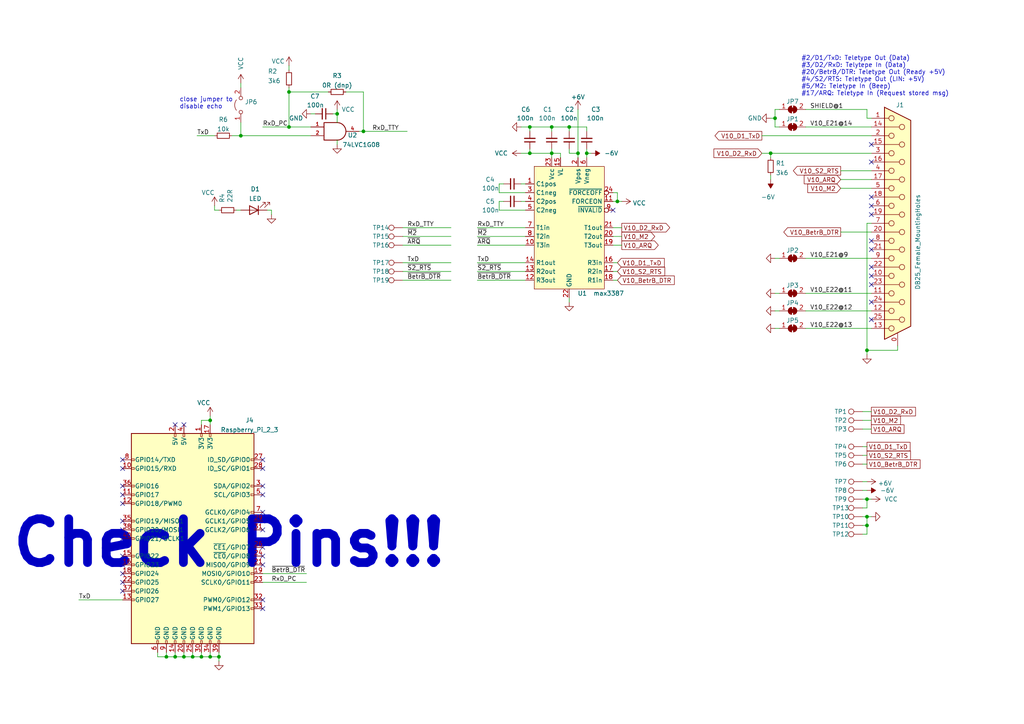
<source format=kicad_sch>
(kicad_sch (version 20210621) (generator eeschema)
  (paper "A4")
  (lib_symbols
    (symbol "74xGxx:74LVC1G08" (pin_names (offset 1.016))
      (property "Reference" "U" (at -2.54 3.81 0))
      (property "Value" "74LVC1G08" (at 0 -3.81 0))
      (symbol "74LVC1G08_0_1"
        (arc (start 0 -2.54) (mid 2.54 0) (end 0 2.54) (stroke (width 0.254)))
        (polyline (pts (xy 0 -2.54) (xy -3.81 -2.54) (xy -3.81 2.54) (xy 0 2.54)) (stroke (width 0.254)))
      )
      (symbol "74LVC1G08_1_1"
        (pin input line (at -7.62 1.27 0) (length 3.81) (name "~") (number "1"))
        (pin input line (at -7.62 -1.27 0) (length 3.81) (name "~") (number "2"))
        (pin power_in line (at 0 -2.54 270) (length 0) hide (name "GND") (number "3"))
        (pin output line (at 6.35 0 180) (length 3.81) (name "~") (number "4"))
        (pin power_in line (at 0 2.54 90) (length 0) hide (name "VCC") (number "5"))
      )
    )
    (symbol "Connector:DB25_Female_MountingHoles" (pin_names (offset 1.016) hide)
      (property "Reference" "J" (at 0 36.83 0))
      (property "Value" "DB25_Female_MountingHoles" (at 0 34.925 0))
      (symbol "DB25_Female_MountingHoles_0_1"
        (circle (center -1.778 -30.48) (radius 0.762))
        (circle (center -1.778 -25.4) (radius 0.762))
        (circle (center -1.778 -20.32) (radius 0.762))
        (circle (center -1.778 -15.24) (radius 0.762))
        (circle (center -1.778 -10.16) (radius 0.762))
        (circle (center -1.778 -5.08) (radius 0.762))
        (circle (center -1.778 0) (radius 0.762))
        (circle (center -1.778 5.08) (radius 0.762))
        (circle (center -1.778 10.16) (radius 0.762))
        (circle (center -1.778 15.24) (radius 0.762))
        (circle (center -1.778 20.32) (radius 0.762))
        (circle (center -1.778 25.4) (radius 0.762))
        (circle (center -1.778 30.48) (radius 0.762))
        (polyline (pts (xy -3.81 -30.48) (xy -2.54 -30.48)))
        (polyline (pts (xy -3.81 -27.94) (xy 0.508 -27.94)))
        (polyline (pts (xy -3.81 -25.4) (xy -2.54 -25.4)))
        (polyline (pts (xy -3.81 -22.86) (xy 0.508 -22.86)))
        (polyline (pts (xy -3.81 -20.32) (xy -2.54 -20.32)))
        (polyline (pts (xy -3.81 -17.78) (xy 0.508 -17.78)))
        (polyline (pts (xy -3.81 -15.24) (xy -2.54 -15.24)))
        (polyline (pts (xy -3.81 -12.7) (xy 0.508 -12.7)))
        (polyline (pts (xy -3.81 -10.16) (xy -2.54 -10.16)))
        (polyline (pts (xy -3.81 -7.62) (xy 0.508 -7.62)))
        (polyline (pts (xy -3.81 -5.08) (xy -2.54 -5.08)))
        (polyline (pts (xy -3.81 -2.54) (xy 0.508 -2.54)))
        (polyline (pts (xy -3.81 0) (xy -2.54 0)))
        (polyline (pts (xy -3.81 2.54) (xy 0.508 2.54)))
        (polyline (pts (xy -3.81 5.08) (xy -2.54 5.08)))
        (polyline (pts (xy -3.81 7.62) (xy 0.508 7.62)))
        (polyline (pts (xy -3.81 10.16) (xy -2.54 10.16)))
        (polyline (pts (xy -3.81 12.7) (xy 0.508 12.7)))
        (polyline (pts (xy -3.81 15.24) (xy -2.54 15.24)))
        (polyline (pts (xy -3.81 17.78) (xy 0.508 17.78)))
        (polyline (pts (xy -3.81 20.32) (xy -2.54 20.32)))
        (polyline (pts (xy -3.81 22.86) (xy 0.508 22.86)))
        (polyline (pts (xy -3.81 25.4) (xy -2.54 25.4)))
        (polyline (pts (xy -3.81 27.94) (xy 0.508 27.94)))
        (polyline (pts (xy -3.81 30.48) (xy -2.54 30.48)))
        (polyline (pts (xy -3.81 33.655) (xy 3.81 29.845) (xy 3.81 -29.845) (xy -3.81 -33.655) (xy -3.81 33.655)) (stroke (width 0.254)) (fill (type background)))
        (circle (center 1.27 -27.94) (radius 0.762))
        (circle (center 1.27 -22.86) (radius 0.762))
        (circle (center 1.27 -17.78) (radius 0.762))
        (circle (center 1.27 -12.7) (radius 0.762))
        (circle (center 1.27 -7.62) (radius 0.762))
        (circle (center 1.27 -2.54) (radius 0.762))
        (circle (center 1.27 2.54) (radius 0.762))
        (circle (center 1.27 7.62) (radius 0.762))
        (circle (center 1.27 12.7) (radius 0.762))
        (circle (center 1.27 17.78) (radius 0.762))
        (circle (center 1.27 22.86) (radius 0.762))
        (circle (center 1.27 27.94) (radius 0.762))
      )
      (symbol "DB25_Female_MountingHoles_1_1"
        (pin passive line (at 0 -35.56 90) (length 3.81) (name "PAD") (number "0"))
        (pin passive line (at -7.62 30.48 0) (length 3.81) (name "1") (number "1"))
        (pin passive line (at -7.62 -15.24 0) (length 3.81) (name "10") (number "10"))
        (pin passive line (at -7.62 -20.32 0) (length 3.81) (name "11") (number "11"))
        (pin passive line (at -7.62 -25.4 0) (length 3.81) (name "12") (number "12"))
        (pin passive line (at -7.62 -30.48 0) (length 3.81) (name "13") (number "13"))
        (pin passive line (at -7.62 27.94 0) (length 3.81) (name "P14") (number "14"))
        (pin passive line (at -7.62 22.86 0) (length 3.81) (name "P15") (number "15"))
        (pin passive line (at -7.62 17.78 0) (length 3.81) (name "P16") (number "16"))
        (pin passive line (at -7.62 12.7 0) (length 3.81) (name "P17") (number "17"))
        (pin passive line (at -7.62 7.62 0) (length 3.81) (name "P18") (number "18"))
        (pin passive line (at -7.62 2.54 0) (length 3.81) (name "P19") (number "19"))
        (pin passive line (at -7.62 25.4 0) (length 3.81) (name "2") (number "2"))
        (pin passive line (at -7.62 -2.54 0) (length 3.81) (name "P20") (number "20"))
        (pin passive line (at -7.62 -7.62 0) (length 3.81) (name "P21") (number "21"))
        (pin passive line (at -7.62 -12.7 0) (length 3.81) (name "P22") (number "22"))
        (pin passive line (at -7.62 -17.78 0) (length 3.81) (name "P23") (number "23"))
        (pin passive line (at -7.62 -22.86 0) (length 3.81) (name "P24") (number "24"))
        (pin passive line (at -7.62 -27.94 0) (length 3.81) (name "P25") (number "25"))
        (pin passive line (at -7.62 20.32 0) (length 3.81) (name "3") (number "3"))
        (pin passive line (at -7.62 15.24 0) (length 3.81) (name "4") (number "4"))
        (pin passive line (at -7.62 10.16 0) (length 3.81) (name "5") (number "5"))
        (pin passive line (at -7.62 5.08 0) (length 3.81) (name "6") (number "6"))
        (pin passive line (at -7.62 0 0) (length 3.81) (name "7") (number "7"))
        (pin passive line (at -7.62 -5.08 0) (length 3.81) (name "8") (number "8"))
        (pin passive line (at -7.62 -10.16 0) (length 3.81) (name "9") (number "9"))
      )
    )
    (symbol "Connector:Raspberry_Pi_2_3" (pin_names (offset 1.016))
      (property "Reference" "J" (at -17.78 31.75 0))
      (property "Value" "Raspberry_Pi_2_3" (at 10.16 -31.75 0))
      (symbol "Raspberry_Pi_2_3_0_1"
        (rectangle (start -17.78 30.48) (end 17.78 -30.48) (stroke (width 0.254)) (fill (type background)))
      )
      (symbol "Raspberry_Pi_2_3_1_1"
        (rectangle (start -16.891 -17.526) (end -17.78 -18.034))
        (rectangle (start -16.891 -14.986) (end -17.78 -15.494))
        (rectangle (start -16.891 -12.446) (end -17.78 -12.954))
        (rectangle (start -16.891 -9.906) (end -17.78 -10.414))
        (rectangle (start -16.891 -7.366) (end -17.78 -7.874))
        (rectangle (start -16.891 -4.826) (end -17.78 -5.334))
        (rectangle (start -16.891 0.254) (end -17.78 -0.254))
        (rectangle (start -16.891 2.794) (end -17.78 2.286))
        (rectangle (start -16.891 5.334) (end -17.78 4.826))
        (rectangle (start -16.891 10.414) (end -17.78 9.906))
        (rectangle (start -16.891 12.954) (end -17.78 12.446))
        (rectangle (start -16.891 15.494) (end -17.78 14.986))
        (rectangle (start -16.891 20.574) (end -17.78 20.066))
        (rectangle (start -16.891 23.114) (end -17.78 22.606))
        (rectangle (start -10.414 -29.591) (end -9.906 -30.48))
        (rectangle (start -7.874 -29.591) (end -7.366 -30.48))
        (rectangle (start -5.334 -29.591) (end -4.826 -30.48))
        (rectangle (start -5.334 30.48) (end -4.826 29.591))
        (rectangle (start -2.794 -29.591) (end -2.286 -30.48))
        (rectangle (start -2.794 30.48) (end -2.286 29.591))
        (rectangle (start -0.254 -29.591) (end 0.254 -30.48))
        (rectangle (start 2.286 -29.591) (end 2.794 -30.48))
        (rectangle (start 2.286 30.48) (end 2.794 29.591))
        (rectangle (start 4.826 -29.591) (end 5.334 -30.48))
        (rectangle (start 4.826 30.48) (end 5.334 29.591))
        (rectangle (start 7.366 -29.591) (end 7.874 -30.48))
        (rectangle (start 17.78 -20.066) (end 16.891 -20.574))
        (rectangle (start 17.78 -17.526) (end 16.891 -18.034))
        (rectangle (start 17.78 -12.446) (end 16.891 -12.954))
        (rectangle (start 17.78 -9.906) (end 16.891 -10.414))
        (rectangle (start 17.78 -7.366) (end 16.891 -7.874))
        (rectangle (start 17.78 -4.826) (end 16.891 -5.334))
        (rectangle (start 17.78 -2.286) (end 16.891 -2.794))
        (rectangle (start 17.78 2.794) (end 16.891 2.286))
        (rectangle (start 17.78 5.334) (end 16.891 4.826))
        (rectangle (start 17.78 7.874) (end 16.891 7.366))
        (rectangle (start 17.78 12.954) (end 16.891 12.446))
        (rectangle (start 17.78 15.494) (end 16.891 14.986))
        (rectangle (start 17.78 20.574) (end 16.891 20.066))
        (rectangle (start 17.78 23.114) (end 16.891 22.606))
        (pin power_in line (at 2.54 33.02 270) (length 2.54) (name "3V3") (number "1"))
        (pin bidirectional line (at -20.32 20.32 0) (length 2.54) (name "GPIO15/RXD") (number "10"))
        (pin bidirectional line (at -20.32 12.7 0) (length 2.54) (name "GPIO17") (number "11"))
        (pin bidirectional line (at -20.32 10.16 0) (length 2.54) (name "GPIO18/PWM0") (number "12"))
        (pin bidirectional line (at -20.32 -17.78 0) (length 2.54) (name "GPIO27") (number "13"))
        (pin power_in line (at -5.08 -33.02 90) (length 2.54) (name "GND") (number "14"))
        (pin bidirectional line (at -20.32 -5.08 0) (length 2.54) (name "GPIO22") (number "15"))
        (pin bidirectional line (at -20.32 -7.62 0) (length 2.54) (name "GPIO23") (number "16"))
        (pin power_in line (at 5.08 33.02 270) (length 2.54) (name "3V3") (number "17"))
        (pin bidirectional line (at -20.32 -10.16 0) (length 2.54) (name "GPIO24") (number "18"))
        (pin bidirectional line (at 20.32 -10.16 180) (length 2.54) (name "MOSI0/GPIO10") (number "19"))
        (pin power_in line (at -5.08 33.02 270) (length 2.54) (name "5V") (number "2"))
        (pin power_in line (at -2.54 -33.02 90) (length 2.54) (name "GND") (number "20"))
        (pin bidirectional line (at 20.32 -7.62 180) (length 2.54) (name "MISO0/GPIO9") (number "21"))
        (pin bidirectional line (at -20.32 -12.7 0) (length 2.54) (name "GPIO25") (number "22"))
        (pin bidirectional line (at 20.32 -12.7 180) (length 2.54) (name "SCLK0/GPIO11") (number "23"))
        (pin bidirectional line (at 20.32 -5.08 180) (length 2.54) (name "~{CE0}/GPIO8") (number "24"))
        (pin power_in line (at 0 -33.02 90) (length 2.54) (name "GND") (number "25"))
        (pin bidirectional line (at 20.32 -2.54 180) (length 2.54) (name "~{CE1}/GPIO7") (number "26"))
        (pin bidirectional line (at 20.32 22.86 180) (length 2.54) (name "ID_SD/GPIO0") (number "27"))
        (pin bidirectional line (at 20.32 20.32 180) (length 2.54) (name "ID_SC/GPIO1") (number "28"))
        (pin bidirectional line (at 20.32 5.08 180) (length 2.54) (name "GCLK1/GPIO5") (number "29"))
        (pin bidirectional line (at 20.32 15.24 180) (length 2.54) (name "SDA/GPIO2") (number "3"))
        (pin power_in line (at 2.54 -33.02 90) (length 2.54) (name "GND") (number "30"))
        (pin bidirectional line (at 20.32 2.54 180) (length 2.54) (name "GCLK2/GPIO6") (number "31"))
        (pin bidirectional line (at 20.32 -17.78 180) (length 2.54) (name "PWM0/GPIO12") (number "32"))
        (pin bidirectional line (at 20.32 -20.32 180) (length 2.54) (name "PWM1/GPIO13") (number "33"))
        (pin power_in line (at 5.08 -33.02 90) (length 2.54) (name "GND") (number "34"))
        (pin bidirectional line (at -20.32 5.08 0) (length 2.54) (name "GPIO19/MISO1") (number "35"))
        (pin bidirectional line (at -20.32 15.24 0) (length 2.54) (name "GPIO16") (number "36"))
        (pin bidirectional line (at -20.32 -15.24 0) (length 2.54) (name "GPIO26") (number "37"))
        (pin bidirectional line (at -20.32 2.54 0) (length 2.54) (name "GPIO20/MOSI1") (number "38"))
        (pin power_in line (at 7.62 -33.02 90) (length 2.54) (name "GND") (number "39"))
        (pin power_in line (at -2.54 33.02 270) (length 2.54) (name "5V") (number "4"))
        (pin bidirectional line (at -20.32 0 0) (length 2.54) (name "GPIO21/SCLK1") (number "40"))
        (pin bidirectional line (at 20.32 12.7 180) (length 2.54) (name "SCL/GPIO3") (number "5"))
        (pin power_in line (at -10.16 -33.02 90) (length 2.54) (name "GND") (number "6"))
        (pin bidirectional line (at 20.32 7.62 180) (length 2.54) (name "GCLK0/GPIO4") (number "7"))
        (pin bidirectional line (at -20.32 22.86 0) (length 2.54) (name "GPIO14/TXD") (number "8"))
        (pin power_in line (at -7.62 -33.02 90) (length 2.54) (name "GND") (number "9"))
      )
    )
    (symbol "Connector:TestPoint" (pin_numbers hide) (pin_names (offset 0.762) hide)
      (property "Reference" "TP" (at 0 6.858 0))
      (property "Value" "TestPoint" (at 0 5.08 0))
      (symbol "TestPoint_0_1"
        (circle (center 0 3.302) (radius 0.762))
      )
      (symbol "TestPoint_1_1"
        (pin passive line (at 0 0 90) (length 2.54) (name "1") (number "1"))
      )
    )
    (symbol "Device:C_Small" (pin_numbers hide) (pin_names (offset 0.254) hide)
      (property "Reference" "C" (at 0.254 1.778 0))
      (property "Value" "C_Small" (at 0.254 -2.032 0))
      (symbol "C_Small_0_1"
        (polyline (pts (xy -1.524 -0.508) (xy 1.524 -0.508)) (stroke (width 0.3302)))
        (polyline (pts (xy -1.524 0.508) (xy 1.524 0.508)) (stroke (width 0.3048)))
      )
      (symbol "C_Small_1_1"
        (pin passive line (at 0 2.54 270) (length 2.032) (name "~") (number "1"))
        (pin passive line (at 0 -2.54 90) (length 2.032) (name "~") (number "2"))
      )
    )
    (symbol "Device:LED" (pin_numbers hide) (pin_names (offset 1.016) hide)
      (property "Reference" "D" (at 0 2.54 0))
      (property "Value" "LED" (at 0 -2.54 0))
      (symbol "LED_0_1"
        (polyline (pts (xy -1.27 -1.27) (xy -1.27 1.27)) (stroke (width 0.254)))
        (polyline (pts (xy -1.27 0) (xy 1.27 0)))
        (polyline (pts (xy 1.27 -1.27) (xy 1.27 1.27) (xy -1.27 0) (xy 1.27 -1.27)) (stroke (width 0.254)))
        (polyline (pts (xy -3.048 -0.762) (xy -4.572 -2.286) (xy -3.81 -2.286) (xy -4.572 -2.286) (xy -4.572 -1.524)))
        (polyline (pts (xy -1.778 -0.762) (xy -3.302 -2.286) (xy -2.54 -2.286) (xy -3.302 -2.286) (xy -3.302 -1.524)))
      )
      (symbol "LED_1_1"
        (pin passive line (at -3.81 0 0) (length 2.54) (name "K") (number "1"))
        (pin passive line (at 3.81 0 180) (length 2.54) (name "A") (number "2"))
      )
    )
    (symbol "Device:R_Small" (pin_numbers hide) (pin_names (offset 0.254) hide)
      (property "Reference" "R" (at 0.762 0.508 0))
      (property "Value" "R_Small" (at 0.762 -1.016 0))
      (symbol "R_Small_0_1"
        (rectangle (start -0.762 1.778) (end 0.762 -1.778) (stroke (width 0.2032)))
      )
      (symbol "R_Small_1_1"
        (pin passive line (at 0 2.54 270) (length 0.762) (name "~") (number "1"))
        (pin passive line (at 0 -2.54 90) (length 0.762) (name "~") (number "2"))
      )
    )
    (symbol "Jumper:Jumper_2_Open" (pin_names (offset 0) hide)
      (property "Reference" "JP" (at 0 2.794 0))
      (property "Value" "Jumper_2_Open" (at 0 -2.286 0))
      (symbol "Jumper_2_Open_0_0"
        (circle (center -2.032 0) (radius 0.508))
        (circle (center 2.032 0) (radius 0.508))
      )
      (symbol "Jumper_2_Open_0_1"
        (arc (start 1.524 1.27) (mid 0 1.778) (end -1.524 1.27))
      )
      (symbol "Jumper_2_Open_1_1"
        (pin passive line (at -5.08 0 0) (length 2.54) (name "A") (number "1"))
        (pin passive line (at 5.08 0 180) (length 2.54) (name "B") (number "2"))
      )
    )
    (symbol "Jumper:SolderJumper_2_Bridged" (pin_names (offset 0) hide)
      (property "Reference" "JP" (at 0 2.032 0))
      (property "Value" "SolderJumper_2_Bridged" (at 0 -2.54 0))
      (symbol "SolderJumper_2_Bridged_0_1"
        (rectangle (start -0.508 0.508) (end 0.508 -0.508) (fill (type outline)))
        (arc (start -0.254 1.016) (mid -1.27 0) (end -0.254 -1.016))
        (arc (start -0.254 1.016) (mid -1.27 0) (end -0.254 -1.016) (fill (type outline)))
        (polyline (pts (xy -0.254 1.016) (xy -0.254 -1.016)))
        (polyline (pts (xy 0.254 1.016) (xy 0.254 -1.016)))
        (arc (start 0.254 -1.016) (mid 1.27 0) (end 0.254 1.016))
        (arc (start 0.254 -1.016) (mid 1.27 0) (end 0.254 1.016) (fill (type outline)))
      )
      (symbol "SolderJumper_2_Bridged_1_1"
        (pin passive line (at -3.81 0 0) (length 2.54) (name "A") (number "1"))
        (pin passive line (at 3.81 0 180) (length 2.54) (name "B") (number "2"))
      )
    )
    (symbol "power:+6V" (power) (pin_names (offset 0))
      (property "Value" "+6V" (at 0 3.556 0))
      (symbol "+6V_0_1"
        (polyline (pts (xy -0.762 1.27) (xy 0 2.54)))
        (polyline (pts (xy 0 0) (xy 0 2.54)))
        (polyline (pts (xy 0 2.54) (xy 0.762 1.27)))
      )
      (symbol "+6V_1_1"
        (pin power_in line (at 0 0 90) (length 0) hide (name "+6V") (number "1"))
      )
    )
    (symbol "power:-6V" (power) (pin_names (offset 0))
      (property "Value" "-6V" (at 0 3.81 0))
      (symbol "-6V_0_0"
        (pin power_in line (at 0 0 90) (length 0) hide (name "-6V") (number "1"))
      )
      (symbol "-6V_0_1"
        (polyline (pts (xy 0 0) (xy 0 1.27) (xy 0.762 1.27) (xy 0 2.54) (xy -0.762 1.27) (xy 0 1.27)) (fill (type outline)))
      )
    )
    (symbol "power:GND" (power) (pin_names (offset 0))
      (property "Value" "GND" (at 0 -3.81 0))
      (symbol "GND_0_1"
        (polyline (pts (xy 0 0) (xy 0 -1.27) (xy 1.27 -1.27) (xy 0 -2.54) (xy -1.27 -1.27) (xy 0 -1.27)))
      )
      (symbol "GND_1_1"
        (pin power_in line (at 0 0 270) (length 0) hide (name "GND") (number "1"))
      )
    )
    (symbol "power:VCC" (power) (pin_names (offset 0))
      (property "Value" "VCC" (at 0 3.81 0))
      (symbol "VCC_0_1"
        (polyline (pts (xy -0.762 1.27) (xy 0 2.54)))
        (polyline (pts (xy 0 0) (xy 0 2.54)))
        (polyline (pts (xy 0 2.54) (xy 0.762 1.27)))
      )
      (symbol "VCC_1_1"
        (pin power_in line (at 0 0 90) (length 0) hide (name "VCC") (number "1"))
      )
    )
    (symbol "vogelchr_ic:max3387"
      (property "Reference" "U" (at 10.16 -20.32 0))
      (property "Value" "max3387" (at -12.7 -20.32 0))
      (symbol "max3387_0_1"
        (rectangle (start -10.16 17.78) (end 10.16 -17.78) (stroke (width 0.1524)) (fill (type background)))
      )
      (symbol "max3387_1_1"
        (pin passive line (at -12.7 12.7 0) (length 2.54) (name "C1pos") (number "1"))
        (pin input line (at -12.7 -5.08 0) (length 2.54) (name "T3in") (number "10"))
        (pin input line (at 12.7 7.62 180) (length 2.54) (name "FORCEON") (number "11"))
        (pin output line (at -12.7 -15.24 0) (length 2.54) (name "R3out") (number "12"))
        (pin output line (at -12.7 -12.7 0) (length 2.54) (name "R2out") (number "13"))
        (pin output line (at -12.7 -10.16 0) (length 2.54) (name "R1out") (number "14"))
        (pin passive line (at -2.54 20.32 270) (length 2.54) (name "VL") (number "15"))
        (pin input line (at 12.7 -10.16 180) (length 2.54) (name "R3in") (number "16"))
        (pin input line (at 12.7 -12.7 180) (length 2.54) (name "R2in") (number "17"))
        (pin input line (at 12.7 -15.24 180) (length 2.54) (name "R1in") (number "18"))
        (pin output line (at 12.7 -5.08 180) (length 2.54) (name "T3out") (number "19"))
        (pin power_out line (at 2.54 20.32 270) (length 2.54) (name "Vpos") (number "2"))
        (pin output line (at 12.7 -2.54 180) (length 2.54) (name "T2out") (number "20"))
        (pin output line (at 12.7 0 180) (length 2.54) (name "T1out") (number "21"))
        (pin power_in line (at 0 -20.32 90) (length 2.54) (name "GND") (number "22"))
        (pin power_in line (at -5.08 20.32 270) (length 2.54) (name "Vcc") (number "23"))
        (pin input inverted (at 12.7 10.16 180) (length 2.54) (name "~{FORCEOFF}") (number "24"))
        (pin passive line (at -12.7 10.16 0) (length 2.54) (name "C1neg") (number "3"))
        (pin passive line (at -12.7 7.62 0) (length 2.54) (name "C2pos") (number "4"))
        (pin passive line (at -12.7 5.08 0) (length 2.54) (name "C2neg") (number "5"))
        (pin power_out line (at 5.08 20.32 270) (length 2.54) (name "Vneg") (number "6"))
        (pin input line (at -12.7 0 0) (length 2.54) (name "T1in") (number "7"))
        (pin input line (at -12.7 -2.54 0) (length 2.54) (name "T2in") (number "8"))
        (pin output inverted (at 12.7 5.08 180) (length 2.54) (name "~{INVALID}") (number "9"))
      )
    )
  )
  (junction (at 60.96 121.92))
  (junction (at 58.42 190.5))
  (junction (at 69.85 39.37))
  (junction (at 50.8 190.5))
  (junction (at 223.52 44.45))
  (junction (at 60.96 190.5))
  (junction (at 167.64 44.45))
  (junction (at 153.67 44.45))
  (junction (at 55.88 190.5))
  (junction (at 165.1 36.83))
  (junction (at 224.79 34.29))
  (junction (at 251.46 101.6))
  (junction (at 53.34 190.5))
  (junction (at 83.82 36.83))
  (junction (at 97.79 33.02))
  (junction (at 251.46 144.78))
  (junction (at 251.46 152.4))
  (junction (at 160.02 36.83))
  (junction (at 179.07 58.42))
  (junction (at 48.26 190.5))
  (junction (at 170.18 44.45))
  (junction (at 83.82 26.67))
  (junction (at 251.46 149.86))
  (junction (at 105.41 38.1))
  (junction (at 153.67 36.83))
  (junction (at 160.02 44.45))
  (junction (at 63.5 190.5))
  (no_connect (at 252.73 87.63))
  (no_connect (at 252.73 92.71))
  (no_connect (at 252.73 77.47))
  (no_connect (at 252.73 80.01))
  (no_connect (at 252.73 82.55))
  (no_connect (at 252.73 72.39))
  (no_connect (at 252.73 69.85))
  (no_connect (at 252.73 46.99))
  (no_connect (at 252.73 41.91))
  (no_connect (at 252.73 62.23))
  (no_connect (at 252.73 59.69))
  (no_connect (at 252.73 57.15))
  (no_connect (at 177.8 60.96))
  (no_connect (at 53.34 123.19))
  (no_connect (at 50.8 123.19))
  (no_connect (at 35.56 140.97))
  (no_connect (at 35.56 143.51))
  (no_connect (at 35.56 146.05))
  (no_connect (at 35.56 151.13))
  (no_connect (at 35.56 153.67))
  (no_connect (at 76.2 153.67))
  (no_connect (at 76.2 151.13))
  (no_connect (at 76.2 148.59))
  (no_connect (at 76.2 158.75))
  (no_connect (at 35.56 161.29))
  (no_connect (at 35.56 156.21))
  (no_connect (at 35.56 166.37))
  (no_connect (at 35.56 168.91))
  (no_connect (at 35.56 163.83))
  (no_connect (at 76.2 163.83))
  (no_connect (at 76.2 161.29))
  (no_connect (at 35.56 133.35))
  (no_connect (at 35.56 135.89))
  (no_connect (at 76.2 143.51))
  (no_connect (at 76.2 140.97))
  (no_connect (at 76.2 135.89))
  (no_connect (at 76.2 133.35))
  (no_connect (at 76.2 176.53))
  (no_connect (at 76.2 173.99))
  (no_connect (at 35.56 171.45))
  (wire (pts (xy 138.43 68.58) (xy 152.4 68.58)))
  (wire (pts (xy 138.43 81.28) (xy 152.4 81.28)))
  (wire (pts (xy 233.68 95.25) (xy 252.73 95.25)))
  (wire (pts (xy 220.98 39.37) (xy 252.73 39.37)))
  (wire (pts (xy 170.18 44.45) (xy 170.18 45.72)))
  (wire (pts (xy 170.18 43.18) (xy 170.18 44.45)))
  (wire (pts (xy 177.8 81.28) (xy 179.07 81.28)))
  (wire (pts (xy 250.19 132.08) (xy 251.46 132.08)))
  (wire (pts (xy 151.13 53.34) (xy 152.4 53.34)))
  (wire (pts (xy 83.82 25.4) (xy 83.82 26.67)))
  (wire (pts (xy 160.02 36.83) (xy 160.02 38.1)))
  (wire (pts (xy 116.84 66.04) (xy 130.81 66.04)))
  (wire (pts (xy 170.18 36.83) (xy 170.18 38.1)))
  (wire (pts (xy 151.13 58.42) (xy 152.4 58.42)))
  (wire (pts (xy 63.5 189.23) (xy 63.5 190.5)))
  (wire (pts (xy 63.5 190.5) (xy 63.5 191.77)))
  (wire (pts (xy 167.64 31.75) (xy 167.64 44.45)))
  (wire (pts (xy 179.07 58.42) (xy 180.34 58.42)))
  (wire (pts (xy 177.8 58.42) (xy 179.07 58.42)))
  (wire (pts (xy 22.86 173.99) (xy 35.56 173.99)))
  (wire (pts (xy 62.23 59.69) (xy 62.23 60.96)))
  (wire (pts (xy 62.23 60.96) (xy 63.5 60.96)))
  (wire (pts (xy 177.8 76.2) (xy 179.07 76.2)))
  (wire (pts (xy 97.79 40.64) (xy 97.79 41.91)))
  (wire (pts (xy 250.19 152.4) (xy 251.46 152.4)))
  (wire (pts (xy 251.46 149.86) (xy 251.46 152.4)))
  (wire (pts (xy 223.52 34.29) (xy 224.79 34.29)))
  (wire (pts (xy 165.1 36.83) (xy 165.1 38.1)))
  (wire (pts (xy 177.8 71.12) (xy 180.34 71.12)))
  (wire (pts (xy 77.47 60.96) (xy 78.74 60.96)))
  (wire (pts (xy 78.74 60.96) (xy 78.74 62.23)))
  (wire (pts (xy 250.19 129.54) (xy 251.46 129.54)))
  (wire (pts (xy 250.19 121.92) (xy 252.73 121.92)))
  (wire (pts (xy 55.88 189.23) (xy 55.88 190.5)))
  (wire (pts (xy 224.79 36.83) (xy 226.06 36.83)))
  (wire (pts (xy 251.46 101.6) (xy 260.35 101.6)))
  (wire (pts (xy 260.35 100.33) (xy 260.35 101.6)))
  (wire (pts (xy 251.46 64.77) (xy 251.46 101.6)))
  (wire (pts (xy 252.73 64.77) (xy 251.46 64.77)))
  (wire (pts (xy 162.56 44.45) (xy 162.56 45.72)))
  (wire (pts (xy 252.73 34.29) (xy 251.46 34.29)))
  (wire (pts (xy 251.46 34.29) (xy 251.46 31.75)))
  (wire (pts (xy 233.68 31.75) (xy 251.46 31.75)))
  (wire (pts (xy 48.26 189.23) (xy 48.26 190.5)))
  (wire (pts (xy 138.43 71.12) (xy 152.4 71.12)))
  (wire (pts (xy 233.68 85.09) (xy 252.73 85.09)))
  (wire (pts (xy 146.05 53.34) (xy 144.78 53.34)))
  (wire (pts (xy 144.78 53.34) (xy 144.78 55.88)))
  (wire (pts (xy 144.78 55.88) (xy 152.4 55.88)))
  (wire (pts (xy 105.41 26.67) (xy 105.41 38.1)))
  (wire (pts (xy 100.33 26.67) (xy 105.41 26.67)))
  (wire (pts (xy 153.67 43.18) (xy 153.67 44.45)))
  (wire (pts (xy 167.64 45.72) (xy 167.64 44.45)))
  (wire (pts (xy 167.64 44.45) (xy 165.1 44.45)))
  (wire (pts (xy 165.1 43.18) (xy 165.1 44.45)))
  (wire (pts (xy 250.19 124.46) (xy 252.73 124.46)))
  (wire (pts (xy 57.15 39.37) (xy 62.23 39.37)))
  (wire (pts (xy 138.43 76.2) (xy 152.4 76.2)))
  (wire (pts (xy 144.78 60.96) (xy 152.4 60.96)))
  (wire (pts (xy 146.05 58.42) (xy 144.78 58.42)))
  (wire (pts (xy 144.78 58.42) (xy 144.78 60.96)))
  (wire (pts (xy 177.8 55.88) (xy 179.07 55.88)))
  (wire (pts (xy 69.85 35.56) (xy 69.85 39.37)))
  (wire (pts (xy 224.79 90.17) (xy 226.06 90.17)))
  (wire (pts (xy 223.52 50.8) (xy 223.52 52.07)))
  (wire (pts (xy 68.58 60.96) (xy 69.85 60.96)))
  (wire (pts (xy 97.79 31.75) (xy 97.79 33.02)))
  (wire (pts (xy 97.79 33.02) (xy 97.79 35.56)))
  (wire (pts (xy 138.43 66.04) (xy 152.4 66.04)))
  (wire (pts (xy 250.19 119.38) (xy 252.73 119.38)))
  (wire (pts (xy 76.2 166.37) (xy 88.9 166.37)))
  (wire (pts (xy 116.84 76.2) (xy 130.81 76.2)))
  (wire (pts (xy 58.42 190.5) (xy 55.88 190.5)))
  (wire (pts (xy 60.96 190.5) (xy 58.42 190.5)))
  (wire (pts (xy 48.26 190.5) (xy 45.72 190.5)))
  (wire (pts (xy 45.72 189.23) (xy 45.72 190.5)))
  (wire (pts (xy 55.88 190.5) (xy 53.34 190.5)))
  (wire (pts (xy 53.34 190.5) (xy 50.8 190.5)))
  (wire (pts (xy 50.8 190.5) (xy 48.26 190.5)))
  (wire (pts (xy 63.5 190.5) (xy 60.96 190.5)))
  (wire (pts (xy 220.98 44.45) (xy 223.52 44.45)))
  (wire (pts (xy 223.52 44.45) (xy 252.73 44.45)))
  (wire (pts (xy 250.19 134.62) (xy 251.46 134.62)))
  (wire (pts (xy 58.42 189.23) (xy 58.42 190.5)))
  (wire (pts (xy 233.68 90.17) (xy 252.73 90.17)))
  (wire (pts (xy 160.02 44.45) (xy 160.02 45.72)))
  (wire (pts (xy 104.14 38.1) (xy 105.41 38.1)))
  (wire (pts (xy 105.41 38.1) (xy 118.11 38.1)))
  (wire (pts (xy 226.06 31.75) (xy 224.79 31.75)))
  (wire (pts (xy 224.79 31.75) (xy 224.79 34.29)))
  (wire (pts (xy 224.79 34.29) (xy 224.79 36.83)))
  (wire (pts (xy 116.84 71.12) (xy 130.81 71.12)))
  (wire (pts (xy 233.68 36.83) (xy 252.73 36.83)))
  (wire (pts (xy 177.8 78.74) (xy 179.07 78.74)))
  (wire (pts (xy 251.46 144.78) (xy 251.46 147.32)))
  (wire (pts (xy 250.19 147.32) (xy 251.46 147.32)))
  (wire (pts (xy 250.19 142.24) (xy 251.46 142.24)))
  (wire (pts (xy 153.67 36.83) (xy 153.67 38.1)))
  (wire (pts (xy 83.82 19.05) (xy 83.82 20.32)))
  (wire (pts (xy 223.52 44.45) (xy 223.52 45.72)))
  (wire (pts (xy 177.8 66.04) (xy 180.34 66.04)))
  (wire (pts (xy 60.96 189.23) (xy 60.96 190.5)))
  (wire (pts (xy 116.84 68.58) (xy 130.81 68.58)))
  (wire (pts (xy 69.85 39.37) (xy 90.17 39.37)))
  (wire (pts (xy 67.31 39.37) (xy 69.85 39.37)))
  (wire (pts (xy 96.52 33.02) (xy 97.79 33.02)))
  (wire (pts (xy 53.34 189.23) (xy 53.34 190.5)))
  (wire (pts (xy 243.84 49.53) (xy 252.73 49.53)))
  (wire (pts (xy 251.46 144.78) (xy 252.73 144.78)))
  (wire (pts (xy 250.19 144.78) (xy 251.46 144.78)))
  (wire (pts (xy 76.2 36.83) (xy 83.82 36.83)))
  (wire (pts (xy 83.82 36.83) (xy 90.17 36.83)))
  (wire (pts (xy 160.02 43.18) (xy 160.02 44.45)))
  (wire (pts (xy 224.79 95.25) (xy 226.06 95.25)))
  (wire (pts (xy 116.84 78.74) (xy 130.81 78.74)))
  (wire (pts (xy 170.18 44.45) (xy 171.45 44.45)))
  (wire (pts (xy 165.1 86.36) (xy 165.1 87.63)))
  (wire (pts (xy 69.85 24.13) (xy 69.85 25.4)))
  (wire (pts (xy 224.79 74.93) (xy 226.06 74.93)))
  (wire (pts (xy 83.82 26.67) (xy 83.82 36.83)))
  (wire (pts (xy 95.25 26.67) (xy 83.82 26.67)))
  (wire (pts (xy 90.17 33.02) (xy 91.44 33.02)))
  (wire (pts (xy 250.19 154.94) (xy 251.46 154.94)))
  (wire (pts (xy 251.46 152.4) (xy 251.46 154.94)))
  (wire (pts (xy 243.84 54.61) (xy 252.73 54.61)))
  (wire (pts (xy 179.07 55.88) (xy 179.07 58.42)))
  (wire (pts (xy 177.8 68.58) (xy 180.34 68.58)))
  (wire (pts (xy 76.2 168.91) (xy 88.9 168.91)))
  (wire (pts (xy 243.84 52.07) (xy 252.73 52.07)))
  (wire (pts (xy 224.79 85.09) (xy 226.06 85.09)))
  (wire (pts (xy 58.42 123.19) (xy 58.42 121.92)))
  (wire (pts (xy 60.96 120.65) (xy 60.96 121.92)))
  (wire (pts (xy 58.42 121.92) (xy 60.96 121.92)))
  (wire (pts (xy 233.68 74.93) (xy 252.73 74.93)))
  (wire (pts (xy 116.84 81.28) (xy 130.81 81.28)))
  (wire (pts (xy 50.8 189.23) (xy 50.8 190.5)))
  (wire (pts (xy 243.84 67.31) (xy 252.73 67.31)))
  (wire (pts (xy 251.46 101.6) (xy 251.46 102.87)))
  (wire (pts (xy 250.19 139.7) (xy 251.46 139.7)))
  (wire (pts (xy 151.13 44.45) (xy 153.67 44.45)))
  (wire (pts (xy 153.67 44.45) (xy 160.02 44.45)))
  (wire (pts (xy 160.02 44.45) (xy 162.56 44.45)))
  (wire (pts (xy 60.96 121.92) (xy 60.96 123.19)))
  (wire (pts (xy 151.13 36.83) (xy 153.67 36.83)))
  (wire (pts (xy 153.67 36.83) (xy 160.02 36.83)))
  (wire (pts (xy 165.1 36.83) (xy 170.18 36.83)))
  (wire (pts (xy 160.02 36.83) (xy 165.1 36.83)))
  (wire (pts (xy 250.19 149.86) (xy 251.46 149.86)))
  (wire (pts (xy 251.46 149.86) (xy 252.73 149.86)))
  (wire (pts (xy 138.43 78.74) (xy 152.4 78.74)))
  (text "#2/D1/TxD: Teletype Out (Data)\n#3/D2/RxD: Telytepe In (Data)\n#20/BetrB/DTR: Teletype Out (Ready +5V)\n#4/S2/RTS: Teletype Out (LIN: +5V)\n#5/M2: Teletype In (Beep)\n#17/ARQ: Teletype In (Request stored msg)" (at 232.41 27.94 0) (effects (font (size 1.27 1.27)) (justify left bottom)))
  (text "close jumper to\ndisable echo" (at 52.07 31.75 0) (effects (font (size 1.27 1.27)) (justify left bottom)))
  (text "Check Pins!!!" (at 2.54 165.1 0) (effects (font (size 12.7 12.7) (thickness 2.54) bold) (justify left bottom)))
  (label "SHIELD@1" (at 234.95 31.75 0))
  (label "~{S2_RTS}" (at 138.43 78.74 0))
  (label "~{M2}" (at 138.43 68.58 0))
  (label "RxD_PC" (at 78.74 168.91 0))
  (label "V10_E22@11" (at 234.95 85.09 0))
  (label "~{ARQ}" (at 118.11 71.12 0))
  (label "TxD" (at 138.43 76.2 0))
  (label "TxD" (at 118.11 76.2 0))
  (label "V10_E22@13" (at 234.95 95.25 0))
  (label "~{BetrB_DTR}" (at 118.11 81.28 0))
  (label "~{M2}" (at 118.11 68.58 0))
  (label "RxD_TTY" (at 138.43 66.04 0))
  (label "V10_E21@9" (at 234.95 74.93 0))
  (label "TxD" (at 57.15 39.37 0))
  (label "~{ARQ}" (at 138.43 71.12 0))
  (label "~{BetrB_DTR}" (at 138.43 81.28 0))
  (label "~{BetrB_DTR}" (at 78.74 166.37 0))
  (label "V10_E21@14" (at 234.95 36.83 0))
  (label "TxD" (at 22.86 173.99 0))
  (label "RxD_TTY" (at 107.95 38.1 0))
  (label "RxD_PC" (at 76.2 36.83 0))
  (label "V10_E22@12" (at 234.95 90.17 0))
  (label "~{S2_RTS}" (at 118.11 78.74 0))
  (label "RxD_TTY" (at 118.11 66.04 0))
  (global_label "V10_M2" (shape input) (at 243.84 54.61 180) (property "Intersheet References" "${INTERSHEET_REFS}" (effects hide)))
  (global_label "V10_D1_TxD" (shape output) (at 220.98 39.37 180) (property "Intersheet References" "${INTERSHEET_REFS}" (effects hide)))
  (global_label "V10_D2_RxD" (shape output) (at 180.34 66.04 0) (property "Intersheet References" "${INTERSHEET_REFS}" (effects hide)))
  (global_label "V10_S2_RTS" (shape input) (at 179.07 78.74 0) (property "Intersheet References" "${INTERSHEET_REFS}" (effects hide)))
  (global_label "V10_BetrB_DTR" (shape input) (at 179.07 81.28 0) (property "Intersheet References" "${INTERSHEET_REFS}" (effects hide)))
  (global_label "V10_D2_RxD" (shape input) (at 220.98 44.45 180) (property "Intersheet References" "${INTERSHEET_REFS}" (effects hide)))
  (global_label "V10_BetrB_DTR" (shape output) (at 243.84 67.31 180) (property "Intersheet References" "${INTERSHEET_REFS}" (effects hide)))
  (global_label "V10_S2_RTS" (shape output) (at 243.84 49.53 180) (property "Intersheet References" "${INTERSHEET_REFS}" (effects hide)))
  (global_label "V10_D1_TxD" (shape passive) (at 251.46 129.54 0) (property "Intersheet References" "${INTERSHEET_REFS}" (effects hide)))
  (global_label "V10_ARQ" (shape output) (at 180.34 71.12 0) (property "Intersheet References" "${INTERSHEET_REFS}" (effects hide)))
  (global_label "V10_D1_TxD" (shape input) (at 179.07 76.2 0) (property "Intersheet References" "${INTERSHEET_REFS}" (effects hide)))
  (global_label "V10_M2" (shape passive) (at 252.73 121.92 0) (property "Intersheet References" "${INTERSHEET_REFS}" (effects hide)))
  (global_label "V10_D2_RxD" (shape passive) (at 252.73 119.38 0) (property "Intersheet References" "${INTERSHEET_REFS}" (effects hide)))
  (global_label "V10_ARQ" (shape input) (at 243.84 52.07 180) (property "Intersheet References" "${INTERSHEET_REFS}" (effects hide)))
  (global_label "V10_S2_RTS" (shape passive) (at 251.46 132.08 0) (property "Intersheet References" "${INTERSHEET_REFS}" (effects hide)))
  (global_label "V10_BetrB_DTR" (shape passive) (at 251.46 134.62 0) (property "Intersheet References" "${INTERSHEET_REFS}" (effects hide)))
  (global_label "V10_M2" (shape output) (at 180.34 68.58 0) (property "Intersheet References" "${INTERSHEET_REFS}" (effects hide)))
  (global_label "V10_ARQ" (shape passive) (at 252.73 124.46 0) (property "Intersheet References" "${INTERSHEET_REFS}" (effects hide)))
  (symbol (lib_id "power:GND") (at 223.52 34.29 270) (unit 1)
    (property "Reference" "#PWR01" (effects hide))
    (property "Value" "GND" (at 220.98 34.29 90) (effects (justify right)))
  )
  (symbol (lib_id "vogelchr_ic:max3387") (at 165.1 66.04 0) (unit 1)
    (property "Reference" "U1" (at 168.91 85.09 0))
    (property "Value" "max3387" (at 176.53 85.09 0))
    (property "Footprint" "Package_SO:TSSOP-24_4.4x7.8mm_P0.65mm" (effects hide))
    (property "Datasheet" "https://datasheets.maximintegrated.com/en/ds/MAX3387E.pdf" (effects hide))
  )
  (symbol (lib_id "Jumper:SolderJumper_2_Bridged") (at 229.87 74.93 0) (unit 1)
    (property "Reference" "JP2" (at 229.87 72.6145 0))
    (property "Value" "SolderJumper_2_Bridged" (effects hide))
    (property "Footprint" "Jumper:SolderJumper-2_P1.3mm_Bridged_Pad1.0x1.5mm" (effects hide))
  )
  (symbol (lib_id "Device:C_Small") (at 160.02 40.64 180) (unit 1)
    (property "Reference" "C1" (at 157.48 31.75 0) (effects (justify right)))
    (property "Value" "100n" (at 156.21 34.29 0) (effects (justify right)))
    (property "Footprint" "Capacitor_SMD:C_0603_1608Metric" (effects hide))
  )
  (symbol (lib_id "power:GND") (at 165.1 87.63 0) (unit 1)
    (property "Reference" "#PWR09" (effects hide))
    (property "Value" "GND" (effects hide))
  )
  (symbol (lib_id "power:VCC") (at 62.23 59.69 0) (unit 1)
    (property "Reference" "#PWR012" (effects hide))
    (property "Value" "VCC" (at 58.42 55.88 0) (effects (justify left)))
  )
  (symbol (lib_id "Connector:TestPoint") (at 250.19 144.78 90) (unit 1)
    (property "Reference" "TP9" (at 243.84 144.78 90))
    (property "Value" "TestPoint" (effects hide))
    (property "Footprint" "TestPoint:TestPoint_Pad_2.0x2.0mm" (effects hide))
  )
  (symbol (lib_id "power:-6V") (at 171.45 44.45 270) (unit 1)
    (property "Reference" "#PWR014" (effects hide))
    (property "Value" "-6V" (at 175.26 44.45 90) (effects (justify left)))
  )
  (symbol (lib_id "power:VCC") (at 97.79 31.75 0) (unit 1)
    (property "Reference" "#PWR017" (effects hide))
    (property "Value" "VCC" (at 99.06 31.75 0) (effects (justify left)))
  )
  (symbol (lib_id "Connector:DB25_Female_MountingHoles") (at 260.35 64.77 0) (unit 1)
    (property "Reference" "J1" (at 259.8419 30.4605 0) (effects (justify left)))
    (property "Value" "DB25_Female_MountingHoles" (at 266.1919 84.0356 90) (effects (justify left)))
    (property "Footprint" "Connector_Dsub:DSUB-25_Female_Horizontal_P2.77x2.84mm_EdgePinOffset9.90mm_Housed_MountingHolesOffset11.32mm" (effects hide))
    (property "Datasheet" " ~" (effects hide))
  )
  (symbol (lib_id "Connector:TestPoint") (at 250.19 152.4 90) (unit 1)
    (property "Reference" "TP11" (at 243.84 152.4 90))
    (property "Value" "TestPoint" (effects hide))
    (property "Footprint" "TestPoint:TestPoint_Pad_2.0x2.0mm" (effects hide))
  )
  (symbol (lib_id "power:VCC") (at 252.73 144.78 270) (unit 1)
    (property "Reference" "#PWR025" (effects hide))
    (property "Value" "VCC" (at 256.54 144.78 90) (effects (justify left)))
  )
  (symbol (lib_id "power:GND") (at 252.73 149.86 90) (unit 1)
    (property "Reference" "#PWR026" (effects hide))
    (property "Value" "GND" (effects hide))
  )
  (symbol (lib_id "power:-6V") (at 223.52 52.07 180) (unit 1)
    (property "Reference" "#PWR015" (effects hide))
    (property "Value" "-6V" (at 224.79 57.15 0) (effects (justify left)))
  )
  (symbol (lib_id "Connector:TestPoint") (at 250.19 149.86 90) (unit 1)
    (property "Reference" "TP10" (at 243.84 149.86 90))
    (property "Value" "TestPoint" (effects hide))
    (property "Footprint" "TestPoint:TestPoint_Pad_2.0x2.0mm" (effects hide))
  )
  (symbol (lib_id "Device:C_Small") (at 93.98 33.02 270) (unit 1)
    (property "Reference" "C7" (at 92.71 27.94 90) (effects (justify right)))
    (property "Value" "100n" (at 93.98 30.48 90) (effects (justify right)))
    (property "Footprint" "Capacitor_SMD:C_0603_1608Metric" (effects hide))
  )
  (symbol (lib_id "power:GND") (at 224.79 74.93 270) (unit 1)
    (property "Reference" "#PWR02" (effects hide))
    (property "Value" "GND" (effects hide))
  )
  (symbol (lib_id "Jumper:SolderJumper_2_Bridged") (at 229.87 95.25 0) (unit 1)
    (property "Reference" "JP5" (at 229.87 92.9345 0))
    (property "Value" "SolderJumper_2_Bridged" (effects hide))
    (property "Footprint" "Jumper:SolderJumper-2_P1.3mm_Bridged_Pad1.0x1.5mm" (effects hide))
  )
  (symbol (lib_id "Connector:Raspberry_Pi_2_3") (at 55.88 156.21 0) (unit 1)
    (property "Reference" "J4" (at 72.39 121.8904 0))
    (property "Value" "Raspberry_Pi_2_3" (at 72.39 124.6655 0))
    (property "Footprint" "Connector_PinSocket_2.54mm:PinSocket_2x20_P2.54mm_Vertical" (effects hide))
    (property "Datasheet" "https://www.raspberrypi.org/documentation/hardware/raspberrypi/schematics/rpi_SCH_3bplus_1p0_reduced.pdf" (effects hide))
  )
  (symbol (lib_id "power:VCC") (at 83.82 19.05 0) (unit 1)
    (property "Reference" "#PWR011" (effects hide))
    (property "Value" "VCC" (at 78.74 17.78 0) (effects (justify left)))
  )
  (symbol (lib_id "Device:C_Small") (at 153.67 40.64 180) (unit 1)
    (property "Reference" "C6" (at 151.13 31.75 0) (effects (justify right)))
    (property "Value" "100n" (at 149.86 34.29 0) (effects (justify right)))
    (property "Footprint" "Capacitor_SMD:C_0603_1608Metric" (effects hide))
  )
  (symbol (lib_id "power:GND") (at 224.79 90.17 270) (unit 1)
    (property "Reference" "#PWR04" (effects hide))
    (property "Value" "GND" (effects hide))
  )
  (symbol (lib_id "Device:R_Small") (at 97.79 26.67 90) (unit 1)
    (property "Reference" "R3" (at 97.79 21.9669 90))
    (property "Value" "0R (dnp)" (at 97.79 24.742 90))
    (property "Footprint" "Resistor_SMD:R_0603_1608Metric" (effects hide))
  )
  (symbol (lib_id "Connector:TestPoint") (at 250.19 121.92 90) (unit 1)
    (property "Reference" "TP2" (at 243.84 121.92 90))
    (property "Value" "TestPoint" (effects hide))
    (property "Footprint" "TestPoint:TestPoint_Pad_2.0x2.0mm" (effects hide))
  )
  (symbol (lib_id "power:+6V") (at 251.46 139.7 270) (unit 1)
    (property "Reference" "#PWR023" (effects hide))
    (property "Value" "+6V" (at 254.635 140.179 90) (effects (justify left)))
  )
  (symbol (lib_id "power:GND") (at 224.79 95.25 270) (unit 1)
    (property "Reference" "#PWR05" (effects hide))
    (property "Value" "GND" (effects hide))
  )
  (symbol (lib_id "Jumper:SolderJumper_2_Bridged") (at 229.87 36.83 0) (unit 1)
    (property "Reference" "JP1" (at 229.87 34.5145 0))
    (property "Value" "SolderJumper_2_Bridged" (effects hide))
    (property "Footprint" "Jumper:SolderJumper-2_P1.3mm_Bridged_Pad1.0x1.5mm" (effects hide))
  )
  (symbol (lib_id "power:GND") (at 90.17 33.02 270) (unit 1)
    (property "Reference" "#PWR016" (effects hide))
    (property "Value" "GND" (at 83.82 34.29 90) (effects (justify left)))
  )
  (symbol (lib_id "Device:C_Small") (at 170.18 40.64 180) (unit 1)
    (property "Reference" "C3" (at 171.45 31.75 0) (effects (justify right)))
    (property "Value" "100n" (at 170.18 34.29 0) (effects (justify right)))
    (property "Footprint" "Capacitor_SMD:C_0603_1608Metric" (effects hide))
  )
  (symbol (lib_id "Connector:TestPoint") (at 250.19 119.38 90) (unit 1)
    (property "Reference" "TP1" (at 243.84 119.38 90))
    (property "Value" "TestPoint" (effects hide))
    (property "Footprint" "TestPoint:TestPoint_Pad_2.0x2.0mm" (effects hide))
  )
  (symbol (lib_id "power:GND") (at 63.5 191.77 0) (unit 1)
    (property "Reference" "#PWR030" (effects hide))
    (property "Value" "GND" (effects hide))
  )
  (symbol (lib_id "power:GND") (at 251.46 102.87 0) (unit 1)
    (property "Reference" "#PWR06" (effects hide))
    (property "Value" "GND" (effects hide))
  )
  (symbol (lib_id "power:VCC") (at 69.85 24.13 0) (unit 1)
    (property "Reference" "#PWR019" (effects hide))
    (property "Value" "VCC" (at 69.85 20.32 90) (effects (justify left)))
  )
  (symbol (lib_id "Connector:TestPoint") (at 250.19 154.94 90) (unit 1)
    (property "Reference" "TP12" (at 243.84 154.94 90))
    (property "Value" "TestPoint" (effects hide))
    (property "Footprint" "TestPoint:TestPoint_Pad_2.0x2.0mm" (effects hide))
  )
  (symbol (lib_id "power:+6V") (at 167.64 31.75 0) (unit 1)
    (property "Reference" "#PWR013" (effects hide))
    (property "Value" "+6V" (at 167.64 28.1455 0))
  )
  (symbol (lib_id "Connector:TestPoint") (at 116.84 66.04 90) (unit 1)
    (property "Reference" "TP14" (at 110.49 66.04 90))
    (property "Value" "TestPoint" (effects hide))
    (property "Footprint" "TestPoint:TestPoint_Pad_2.0x2.0mm" (effects hide))
  )
  (symbol (lib_id "Connector:TestPoint") (at 116.84 81.28 90) (unit 1)
    (property "Reference" "TP19" (at 110.49 81.28 90))
    (property "Value" "TestPoint" (effects hide))
    (property "Footprint" "TestPoint:TestPoint_Pad_2.0x2.0mm" (effects hide))
  )
  (symbol (lib_id "power:-6V") (at 251.46 142.24 270) (unit 1)
    (property "Reference" "#PWR024" (effects hide))
    (property "Value" "-6V" (at 255.27 142.24 90) (effects (justify left)))
  )
  (symbol (lib_id "power:GND") (at 224.79 85.09 270) (unit 1)
    (property "Reference" "#PWR03" (effects hide))
    (property "Value" "GND" (effects hide))
  )
  (symbol (lib_id "Jumper:Jumper_2_Open") (at 69.85 30.48 90) (unit 1)
    (property "Reference" "JP6" (at 70.993 29.5715 90) (effects (justify right)))
    (property "Value" "Jumper_2_Open" (effects hide))
    (property "Footprint" "Connector_PinHeader_2.54mm:PinHeader_2x01_P2.54mm_Vertical" (effects hide))
  )
  (symbol (lib_id "Connector:TestPoint") (at 250.19 124.46 90) (unit 1)
    (property "Reference" "TP3" (at 243.84 124.46 90))
    (property "Value" "TestPoint" (effects hide))
    (property "Footprint" "TestPoint:TestPoint_Pad_2.0x2.0mm" (effects hide))
  )
  (symbol (lib_id "Connector:TestPoint") (at 250.19 134.62 90) (unit 1)
    (property "Reference" "TP6" (at 243.84 134.62 90))
    (property "Value" "TestPoint" (effects hide))
    (property "Footprint" "TestPoint:TestPoint_Pad_2.0x2.0mm" (effects hide))
  )
  (symbol (lib_id "power:VCC") (at 180.34 58.42 270) (unit 1)
    (property "Reference" "#PWR010" (effects hide))
    (property "Value" "VCC" (at 183.5149 58.899 90) (effects (justify left)))
  )
  (symbol (lib_id "Device:C_Small") (at 148.59 53.34 270) (unit 1)
    (property "Reference" "C4" (at 143.51 52.07 90) (effects (justify right)))
    (property "Value" "100n" (at 144.78 54.61 90) (effects (justify right)))
    (property "Footprint" "Capacitor_SMD:C_0603_1608Metric" (effects hide))
  )
  (symbol (lib_id "Connector:TestPoint") (at 250.19 139.7 90) (unit 1)
    (property "Reference" "TP7" (at 243.84 139.7 90))
    (property "Value" "TestPoint" (effects hide))
    (property "Footprint" "TestPoint:TestPoint_Pad_2.0x2.0mm" (effects hide))
  )
  (symbol (lib_id "Jumper:SolderJumper_2_Bridged") (at 229.87 90.17 0) (unit 1)
    (property "Reference" "JP4" (at 229.87 87.8545 0))
    (property "Value" "SolderJumper_2_Bridged" (effects hide))
    (property "Footprint" "Jumper:SolderJumper-2_P1.3mm_Bridged_Pad1.0x1.5mm" (effects hide))
  )
  (symbol (lib_id "power:GND") (at 97.79 41.91 0) (unit 1)
    (property "Reference" "#PWR018" (effects hide))
    (property "Value" "GND" (effects hide))
  )
  (symbol (lib_id "Connector:TestPoint") (at 116.84 71.12 90) (unit 1)
    (property "Reference" "TP16" (at 110.49 71.12 90))
    (property "Value" "TestPoint" (effects hide))
    (property "Footprint" "TestPoint:TestPoint_Pad_2.0x2.0mm" (effects hide))
  )
  (symbol (lib_id "Device:R_Small") (at 64.77 39.37 90) (unit 1)
    (property "Reference" "R6" (at 64.77 34.6669 90))
    (property "Value" "10k" (at 64.77 37.442 90))
    (property "Footprint" "Resistor_SMD:R_0603_1608Metric" (effects hide))
  )
  (symbol (lib_id "Device:R_Small") (at 66.04 60.96 270) (unit 1)
    (property "Reference" "R4" (at 64.4085 56.1086 0) (effects (justify left)))
    (property "Value" "22R" (at 66.7134 54.8386 0) (effects (justify left)))
    (property "Footprint" "Resistor_SMD:R_0603_1608Metric" (effects hide))
  )
  (symbol (lib_id "Device:R_Small") (at 83.82 22.86 0) (unit 1)
    (property "Reference" "R2" (at 77.6986 20.6815 0) (effects (justify left)))
    (property "Value" "3k6" (at 77.6986 23.4566 0) (effects (justify left)))
    (property "Footprint" "Resistor_SMD:R_0603_1608Metric" (effects hide))
  )
  (symbol (lib_id "Device:LED") (at 73.66 60.96 180) (unit 1)
    (property "Reference" "D1" (at 74.0409 54.8345 0))
    (property "Value" "LED" (at 74.0409 57.6096 0))
    (property "Footprint" "LED_SMD:LED_0603_1608Metric" (effects hide))
  )
  (symbol (lib_id "Connector:TestPoint") (at 250.19 129.54 90) (unit 1)
    (property "Reference" "TP4" (at 243.84 129.54 90))
    (property "Value" "TestPoint" (effects hide))
    (property "Footprint" "TestPoint:TestPoint_Pad_2.0x2.0mm" (effects hide))
  )
  (symbol (lib_id "Connector:TestPoint") (at 250.19 147.32 90) (unit 1)
    (property "Reference" "TP13" (at 243.84 147.32 90))
    (property "Value" "TestPoint" (effects hide))
    (property "Footprint" "TestPoint:TestPoint_Pad_2.0x2.0mm" (effects hide))
  )
  (symbol (lib_id "power:VCC") (at 60.96 120.65 0) (unit 1)
    (property "Reference" "#PWR029" (effects hide))
    (property "Value" "VCC" (at 57.15 116.84 0) (effects (justify left)))
  )
  (symbol (lib_id "Connector:TestPoint") (at 116.84 76.2 90) (unit 1)
    (property "Reference" "TP17" (at 110.49 76.2 90))
    (property "Value" "TestPoint" (effects hide))
    (property "Footprint" "TestPoint:TestPoint_Pad_2.0x2.0mm" (effects hide))
  )
  (symbol (lib_id "power:VCC") (at 151.13 44.45 90) (unit 1)
    (property "Reference" "#PWR07" (effects hide))
    (property "Value" "VCC" (at 147.32 44.45 90) (effects (justify left)))
  )
  (symbol (lib_id "Device:C_Small") (at 148.59 58.42 270) (unit 1)
    (property "Reference" "C5" (at 143.51 58.42 90) (effects (justify right)))
    (property "Value" "100n" (at 144.78 60.96 90) (effects (justify right)))
    (property "Footprint" "Capacitor_SMD:C_0603_1608Metric" (effects hide))
  )
  (symbol (lib_id "power:GND") (at 78.74 62.23 0) (unit 1)
    (property "Reference" "#PWR020" (effects hide))
    (property "Value" "GND" (effects hide))
  )
  (symbol (lib_id "Connector:TestPoint") (at 250.19 142.24 90) (unit 1)
    (property "Reference" "TP8" (at 243.84 142.24 90))
    (property "Value" "TestPoint" (effects hide))
    (property "Footprint" "TestPoint:TestPoint_Pad_2.0x2.0mm" (effects hide))
  )
  (symbol (lib_id "Device:R_Small") (at 223.52 48.26 0) (unit 1)
    (property "Reference" "R1" (at 225.0186 47.3515 0) (effects (justify left)))
    (property "Value" "3k6" (at 225.0186 50.1266 0) (effects (justify left)))
    (property "Footprint" "Resistor_SMD:R_0603_1608Metric" (effects hide))
  )
  (symbol (lib_id "Connector:TestPoint") (at 116.84 78.74 90) (unit 1)
    (property "Reference" "TP18" (at 110.49 78.74 90))
    (property "Value" "TestPoint" (effects hide))
    (property "Footprint" "TestPoint:TestPoint_Pad_2.0x2.0mm" (effects hide))
  )
  (symbol (lib_id "Jumper:SolderJumper_2_Bridged") (at 229.87 85.09 0) (unit 1)
    (property "Reference" "JP3" (at 229.87 82.7745 0))
    (property "Value" "SolderJumper_2_Bridged" (effects hide))
    (property "Footprint" "Jumper:SolderJumper-2_P1.3mm_Bridged_Pad1.0x1.5mm" (effects hide))
  )
  (symbol (lib_id "power:GND") (at 151.13 36.83 270) (unit 1)
    (property "Reference" "#PWR08" (effects hide))
    (property "Value" "GND" (effects hide))
  )
  (symbol (lib_id "Device:C_Small") (at 165.1 40.64 0) (unit 1)
    (property "Reference" "C2" (at 163.83 31.75 0) (effects (justify left)))
    (property "Value" "100n" (at 162.56 34.29 0) (effects (justify left)))
    (property "Footprint" "Capacitor_SMD:C_0603_1608Metric" (effects hide))
  )
  (symbol (lib_id "Connector:TestPoint") (at 116.84 68.58 90) (unit 1)
    (property "Reference" "TP15" (at 110.49 68.58 90))
    (property "Value" "TestPoint" (effects hide))
    (property "Footprint" "TestPoint:TestPoint_Pad_2.0x2.0mm" (effects hide))
  )
  (symbol (lib_id "Jumper:SolderJumper_2_Bridged") (at 229.87 31.75 0) (unit 1)
    (property "Reference" "JP7" (at 229.87 29.4345 0))
    (property "Value" "SolderJumper_2_Bridged" (effects hide))
    (property "Footprint" "Jumper:SolderJumper-2_P1.3mm_Bridged_Pad1.0x1.5mm" (effects hide))
  )
  (symbol (lib_id "74xGxx:74LVC1G08") (at 97.79 38.1 0) (unit 1)
    (property "Reference" "U2" (at 102.235 39.2135 0))
    (property "Value" "74LVC1G08" (at 104.775 41.9886 0))
    (property "Footprint" "Package_TO_SOT_SMD:SOT-353_SC-70-5" (effects hide))
    (property "Datasheet" "http://www.ti.com/lit/sg/scyt129e/scyt129e.pdf" (effects hide))
  )
  (symbol (lib_id "Connector:TestPoint") (at 250.19 132.08 90) (unit 1)
    (property "Reference" "TP5" (at 243.84 132.08 90))
    (property "Value" "TestPoint" (effects hide))
    (property "Footprint" "TestPoint:TestPoint_Pad_2.0x2.0mm" (effects hide))
  )
)
</source>
